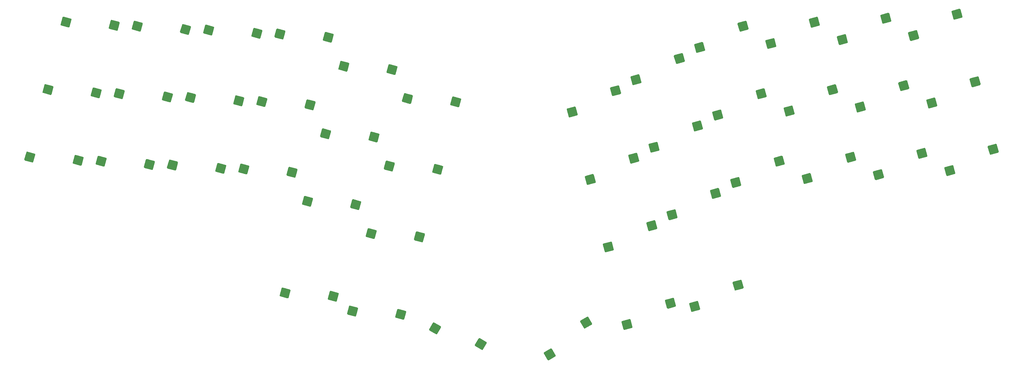
<source format=gbp>
G04 #@! TF.GenerationSoftware,KiCad,Pcbnew,(5.1.12-1-10_14)*
G04 #@! TF.CreationDate,2022-10-16T17:34:36-04:00*
G04 #@! TF.ProjectId,ergo3by6plus3nonSplit,6572676f-3362-4793-9670-6c7573336e6f,rev?*
G04 #@! TF.SameCoordinates,Original*
G04 #@! TF.FileFunction,Paste,Bot*
G04 #@! TF.FilePolarity,Positive*
%FSLAX46Y46*%
G04 Gerber Fmt 4.6, Leading zero omitted, Abs format (unit mm)*
G04 Created by KiCad (PCBNEW (5.1.12-1-10_14)) date 2022-10-16 17:34:36*
%MOMM*%
%LPD*%
G01*
G04 APERTURE LIST*
G04 APERTURE END LIST*
G36*
G01*
X115217365Y-141666049D02*
X115735003Y-139734198D01*
G75*
G02*
X116041189Y-139557422I241481J-64705D01*
G01*
X118021337Y-140088001D01*
G75*
G02*
X118198113Y-140394187I-64705J-241481D01*
G01*
X117680475Y-142326038D01*
G75*
G02*
X117374289Y-142502814I-241481J64705D01*
G01*
X115394141Y-141972235D01*
G75*
G02*
X115217365Y-141666049I64705J241481D01*
G01*
G37*
G36*
G01*
X102073442Y-140773746D02*
X102591080Y-138841895D01*
G75*
G02*
X102897266Y-138665119I241481J-64705D01*
G01*
X104877414Y-139195698D01*
G75*
G02*
X105054190Y-139501884I-64705J-241481D01*
G01*
X104536552Y-141433735D01*
G75*
G02*
X104230366Y-141610511I-241481J64705D01*
G01*
X102250218Y-141079932D01*
G75*
G02*
X102073442Y-140773746I64705J241481D01*
G01*
G37*
G36*
G01*
X207625402Y-134366996D02*
X207107764Y-132435145D01*
G75*
G02*
X207284540Y-132128959I241481J64705D01*
G01*
X209264688Y-131598380D01*
G75*
G02*
X209570874Y-131775156I64705J-241481D01*
G01*
X210088512Y-133707007D01*
G75*
G02*
X209911736Y-134013193I-241481J-64705D01*
G01*
X207931588Y-134543772D01*
G75*
G02*
X207625402Y-134366996I-64705J241481D01*
G01*
G37*
G36*
G01*
X195796279Y-140166201D02*
X195278641Y-138234350D01*
G75*
G02*
X195455417Y-137928164I241481J64705D01*
G01*
X197435565Y-137397585D01*
G75*
G02*
X197741751Y-137574361I64705J-241481D01*
G01*
X198259389Y-139506212D01*
G75*
G02*
X198082613Y-139812398I-241481J-64705D01*
G01*
X196102465Y-140342977D01*
G75*
G02*
X195796279Y-140166201I-64705J241481D01*
G01*
G37*
G36*
G01*
X189205402Y-139296996D02*
X188687764Y-137365145D01*
G75*
G02*
X188864540Y-137058959I241481J64705D01*
G01*
X190844688Y-136528380D01*
G75*
G02*
X191150874Y-136705156I64705J-241481D01*
G01*
X191668512Y-138637007D01*
G75*
G02*
X191491736Y-138943193I-241481J-64705D01*
G01*
X189511588Y-139473772D01*
G75*
G02*
X189205402Y-139296996I-64705J241481D01*
G01*
G37*
G36*
G01*
X177376279Y-145096201D02*
X176858641Y-143164350D01*
G75*
G02*
X177035417Y-142858164I241481J64705D01*
G01*
X179015565Y-142327585D01*
G75*
G02*
X179321751Y-142504361I64705J-241481D01*
G01*
X179839389Y-144436212D01*
G75*
G02*
X179662613Y-144742398I-241481J-64705D01*
G01*
X177682465Y-145272977D01*
G75*
G02*
X177376279Y-145096201I-64705J241481D01*
G01*
G37*
G36*
G01*
X96817365Y-136731049D02*
X97335003Y-134799198D01*
G75*
G02*
X97641189Y-134622422I241481J-64705D01*
G01*
X99621337Y-135153001D01*
G75*
G02*
X99798113Y-135459187I-64705J-241481D01*
G01*
X99280475Y-137391038D01*
G75*
G02*
X98974289Y-137567814I-241481J64705D01*
G01*
X96994141Y-137037235D01*
G75*
G02*
X96817365Y-136731049I64705J241481D01*
G01*
G37*
G36*
G01*
X83673442Y-135838746D02*
X84191080Y-133906895D01*
G75*
G02*
X84497266Y-133730119I241481J-64705D01*
G01*
X86477414Y-134260698D01*
G75*
G02*
X86654190Y-134566884I-64705J-241481D01*
G01*
X86136552Y-136498735D01*
G75*
G02*
X85830366Y-136675511I-241481J64705D01*
G01*
X83850218Y-136144932D01*
G75*
G02*
X83673442Y-135838746I64705J241481D01*
G01*
G37*
G36*
G01*
X277135402Y-97336996D02*
X276617764Y-95405145D01*
G75*
G02*
X276794540Y-95098959I241481J64705D01*
G01*
X278774688Y-94568380D01*
G75*
G02*
X279080874Y-94745156I64705J-241481D01*
G01*
X279598512Y-96677007D01*
G75*
G02*
X279421736Y-96983193I-241481J-64705D01*
G01*
X277441588Y-97513772D01*
G75*
G02*
X277135402Y-97336996I-64705J241481D01*
G01*
G37*
G36*
G01*
X265306279Y-103136201D02*
X264788641Y-101204350D01*
G75*
G02*
X264965417Y-100898164I241481J64705D01*
G01*
X266945565Y-100367585D01*
G75*
G02*
X267251751Y-100544361I64705J-241481D01*
G01*
X267769389Y-102476212D01*
G75*
G02*
X267592613Y-102782398I-241481J-64705D01*
G01*
X265612465Y-103312977D01*
G75*
G02*
X265306279Y-103136201I-64705J241481D01*
G01*
G37*
G36*
G01*
X257715402Y-98446996D02*
X257197764Y-96515145D01*
G75*
G02*
X257374540Y-96208959I241481J64705D01*
G01*
X259354688Y-95678380D01*
G75*
G02*
X259660874Y-95855156I64705J-241481D01*
G01*
X260178512Y-97787007D01*
G75*
G02*
X260001736Y-98093193I-241481J-64705D01*
G01*
X258021588Y-98623772D01*
G75*
G02*
X257715402Y-98446996I-64705J241481D01*
G01*
G37*
G36*
G01*
X245886279Y-104246201D02*
X245368641Y-102314350D01*
G75*
G02*
X245545417Y-102008164I241481J64705D01*
G01*
X247525565Y-101477585D01*
G75*
G02*
X247831751Y-101654361I64705J-241481D01*
G01*
X248349389Y-103586212D01*
G75*
G02*
X248172613Y-103892398I-241481J-64705D01*
G01*
X246192465Y-104422977D01*
G75*
G02*
X245886279Y-104246201I-64705J241481D01*
G01*
G37*
G36*
G01*
X238295402Y-99506996D02*
X237777764Y-97575145D01*
G75*
G02*
X237954540Y-97268959I241481J64705D01*
G01*
X239934688Y-96738380D01*
G75*
G02*
X240240874Y-96915156I64705J-241481D01*
G01*
X240758512Y-98847007D01*
G75*
G02*
X240581736Y-99153193I-241481J-64705D01*
G01*
X238601588Y-99683772D01*
G75*
G02*
X238295402Y-99506996I-64705J241481D01*
G01*
G37*
G36*
G01*
X226466279Y-105306201D02*
X225948641Y-103374350D01*
G75*
G02*
X226125417Y-103068164I241481J64705D01*
G01*
X228105565Y-102537585D01*
G75*
G02*
X228411751Y-102714361I64705J-241481D01*
G01*
X228929389Y-104646212D01*
G75*
G02*
X228752613Y-104952398I-241481J-64705D01*
G01*
X226772465Y-105482977D01*
G75*
G02*
X226466279Y-105306201I-64705J241481D01*
G01*
G37*
G36*
G01*
X218830402Y-100576996D02*
X218312764Y-98645145D01*
G75*
G02*
X218489540Y-98338959I241481J64705D01*
G01*
X220469688Y-97808380D01*
G75*
G02*
X220775874Y-97985156I64705J-241481D01*
G01*
X221293512Y-99917007D01*
G75*
G02*
X221116736Y-100223193I-241481J-64705D01*
G01*
X219136588Y-100753772D01*
G75*
G02*
X218830402Y-100576996I-64705J241481D01*
G01*
G37*
G36*
G01*
X207001279Y-106376201D02*
X206483641Y-104444350D01*
G75*
G02*
X206660417Y-104138164I241481J64705D01*
G01*
X208640565Y-103607585D01*
G75*
G02*
X208946751Y-103784361I64705J-241481D01*
G01*
X209464389Y-105716212D01*
G75*
G02*
X209287613Y-106022398I-241481J-64705D01*
G01*
X207307465Y-106552977D01*
G75*
G02*
X207001279Y-106376201I-64705J241481D01*
G01*
G37*
G36*
G01*
X201480402Y-109366996D02*
X200962764Y-107435145D01*
G75*
G02*
X201139540Y-107128959I241481J64705D01*
G01*
X203119688Y-106598380D01*
G75*
G02*
X203425874Y-106775156I64705J-241481D01*
G01*
X203943512Y-108707007D01*
G75*
G02*
X203766736Y-109013193I-241481J-64705D01*
G01*
X201786588Y-109543772D01*
G75*
G02*
X201480402Y-109366996I-64705J241481D01*
G01*
G37*
G36*
G01*
X189651279Y-115166201D02*
X189133641Y-113234350D01*
G75*
G02*
X189310417Y-112928164I241481J64705D01*
G01*
X191290565Y-112397585D01*
G75*
G02*
X191596751Y-112574361I64705J-241481D01*
G01*
X192114389Y-114506212D01*
G75*
G02*
X191937613Y-114812398I-241481J-64705D01*
G01*
X189957465Y-115342977D01*
G75*
G02*
X189651279Y-115166201I-64705J241481D01*
G01*
G37*
G36*
G01*
X184125402Y-118156996D02*
X183607764Y-116225145D01*
G75*
G02*
X183784540Y-115918959I241481J64705D01*
G01*
X185764688Y-115388380D01*
G75*
G02*
X186070874Y-115565156I64705J-241481D01*
G01*
X186588512Y-117497007D01*
G75*
G02*
X186411736Y-117803193I-241481J-64705D01*
G01*
X184431588Y-118333772D01*
G75*
G02*
X184125402Y-118156996I-64705J241481D01*
G01*
G37*
G36*
G01*
X172296279Y-123956201D02*
X171778641Y-122024350D01*
G75*
G02*
X171955417Y-121718164I241481J64705D01*
G01*
X173935565Y-121187585D01*
G75*
G02*
X174241751Y-121364361I64705J-241481D01*
G01*
X174759389Y-123296212D01*
G75*
G02*
X174582613Y-123602398I-241481J-64705D01*
G01*
X172602465Y-124132977D01*
G75*
G02*
X172296279Y-123956201I-64705J241481D01*
G01*
G37*
G36*
G01*
X120317365Y-120541049D02*
X120835003Y-118609198D01*
G75*
G02*
X121141189Y-118432422I241481J-64705D01*
G01*
X123121337Y-118963001D01*
G75*
G02*
X123298113Y-119269187I-64705J-241481D01*
G01*
X122780475Y-121201038D01*
G75*
G02*
X122474289Y-121377814I-241481J64705D01*
G01*
X120494141Y-120847235D01*
G75*
G02*
X120317365Y-120541049I64705J241481D01*
G01*
G37*
G36*
G01*
X107173442Y-119648746D02*
X107691080Y-117716895D01*
G75*
G02*
X107997266Y-117540119I241481J-64705D01*
G01*
X109977414Y-118070698D01*
G75*
G02*
X110154190Y-118376884I-64705J-241481D01*
G01*
X109636552Y-120308735D01*
G75*
G02*
X109330366Y-120485511I-241481J64705D01*
G01*
X107350218Y-119954932D01*
G75*
G02*
X107173442Y-119648746I64705J241481D01*
G01*
G37*
G36*
G01*
X102947365Y-111751049D02*
X103465003Y-109819198D01*
G75*
G02*
X103771189Y-109642422I241481J-64705D01*
G01*
X105751337Y-110173001D01*
G75*
G02*
X105928113Y-110479187I-64705J-241481D01*
G01*
X105410475Y-112411038D01*
G75*
G02*
X105104289Y-112587814I-241481J64705D01*
G01*
X103124141Y-112057235D01*
G75*
G02*
X102947365Y-111751049I64705J241481D01*
G01*
G37*
G36*
G01*
X89803442Y-110858746D02*
X90321080Y-108926895D01*
G75*
G02*
X90627266Y-108750119I241481J-64705D01*
G01*
X92607414Y-109280698D01*
G75*
G02*
X92784190Y-109586884I-64705J-241481D01*
G01*
X92266552Y-111518735D01*
G75*
G02*
X91960366Y-111695511I-241481J64705D01*
G01*
X89980218Y-111164932D01*
G75*
G02*
X89803442Y-110858746I64705J241481D01*
G01*
G37*
G36*
G01*
X85592365Y-102941049D02*
X86110003Y-101009198D01*
G75*
G02*
X86416189Y-100832422I241481J-64705D01*
G01*
X88396337Y-101363001D01*
G75*
G02*
X88573113Y-101669187I-64705J-241481D01*
G01*
X88055475Y-103601038D01*
G75*
G02*
X87749289Y-103777814I-241481J64705D01*
G01*
X85769141Y-103247235D01*
G75*
G02*
X85592365Y-102941049I64705J241481D01*
G01*
G37*
G36*
G01*
X72448442Y-102048746D02*
X72966080Y-100116895D01*
G75*
G02*
X73272266Y-99940119I241481J-64705D01*
G01*
X75252414Y-100470698D01*
G75*
G02*
X75429190Y-100776884I-64705J-241481D01*
G01*
X74911552Y-102708735D01*
G75*
G02*
X74605366Y-102885511I-241481J64705D01*
G01*
X72625218Y-102354932D01*
G75*
G02*
X72448442Y-102048746I64705J241481D01*
G01*
G37*
G36*
G01*
X66157365Y-101871049D02*
X66675003Y-99939198D01*
G75*
G02*
X66981189Y-99762422I241481J-64705D01*
G01*
X68961337Y-100293001D01*
G75*
G02*
X69138113Y-100599187I-64705J-241481D01*
G01*
X68620475Y-102531038D01*
G75*
G02*
X68314289Y-102707814I-241481J64705D01*
G01*
X66334141Y-102177235D01*
G75*
G02*
X66157365Y-101871049I64705J241481D01*
G01*
G37*
G36*
G01*
X53013442Y-100978746D02*
X53531080Y-99046895D01*
G75*
G02*
X53837266Y-98870119I241481J-64705D01*
G01*
X55817414Y-99400698D01*
G75*
G02*
X55994190Y-99706884I-64705J-241481D01*
G01*
X55476552Y-101638735D01*
G75*
G02*
X55170366Y-101815511I-241481J64705D01*
G01*
X53190218Y-101284932D01*
G75*
G02*
X53013442Y-100978746I64705J241481D01*
G01*
G37*
G36*
G01*
X46727365Y-100811049D02*
X47245003Y-98879198D01*
G75*
G02*
X47551189Y-98702422I241481J-64705D01*
G01*
X49531337Y-99233001D01*
G75*
G02*
X49708113Y-99539187I-64705J-241481D01*
G01*
X49190475Y-101471038D01*
G75*
G02*
X48884289Y-101647814I-241481J64705D01*
G01*
X46904141Y-101117235D01*
G75*
G02*
X46727365Y-100811049I64705J241481D01*
G01*
G37*
G36*
G01*
X33583442Y-99918746D02*
X34101080Y-97986895D01*
G75*
G02*
X34407266Y-97810119I241481J-64705D01*
G01*
X36387414Y-98340698D01*
G75*
G02*
X36564190Y-98646884I-64705J-241481D01*
G01*
X36046552Y-100578735D01*
G75*
G02*
X35740366Y-100755511I-241481J64705D01*
G01*
X33760218Y-100224932D01*
G75*
G02*
X33583442Y-99918746I64705J241481D01*
G01*
G37*
G36*
G01*
X27292365Y-99691049D02*
X27810003Y-97759198D01*
G75*
G02*
X28116189Y-97582422I241481J-64705D01*
G01*
X30096337Y-98113001D01*
G75*
G02*
X30273113Y-98419187I-64705J-241481D01*
G01*
X29755475Y-100351038D01*
G75*
G02*
X29449289Y-100527814I-241481J64705D01*
G01*
X27469141Y-99997235D01*
G75*
G02*
X27292365Y-99691049I64705J241481D01*
G01*
G37*
G36*
G01*
X14148442Y-98798746D02*
X14666080Y-96866895D01*
G75*
G02*
X14972266Y-96690119I241481J-64705D01*
G01*
X16952414Y-97220698D01*
G75*
G02*
X17129190Y-97526884I-64705J-241481D01*
G01*
X16611552Y-99458735D01*
G75*
G02*
X16305366Y-99635511I-241481J64705D01*
G01*
X14325218Y-99104932D01*
G75*
G02*
X14148442Y-98798746I64705J241481D01*
G01*
G37*
G36*
G01*
X272215402Y-78926996D02*
X271697764Y-76995145D01*
G75*
G02*
X271874540Y-76688959I241481J64705D01*
G01*
X273854688Y-76158380D01*
G75*
G02*
X274160874Y-76335156I64705J-241481D01*
G01*
X274678512Y-78267007D01*
G75*
G02*
X274501736Y-78573193I-241481J-64705D01*
G01*
X272521588Y-79103772D01*
G75*
G02*
X272215402Y-78926996I-64705J241481D01*
G01*
G37*
G36*
G01*
X260386279Y-84726201D02*
X259868641Y-82794350D01*
G75*
G02*
X260045417Y-82488164I241481J64705D01*
G01*
X262025565Y-81957585D01*
G75*
G02*
X262331751Y-82134361I64705J-241481D01*
G01*
X262849389Y-84066212D01*
G75*
G02*
X262672613Y-84372398I-241481J-64705D01*
G01*
X260692465Y-84902977D01*
G75*
G02*
X260386279Y-84726201I-64705J241481D01*
G01*
G37*
G36*
G01*
X252755402Y-80001996D02*
X252237764Y-78070145D01*
G75*
G02*
X252414540Y-77763959I241481J64705D01*
G01*
X254394688Y-77233380D01*
G75*
G02*
X254700874Y-77410156I64705J-241481D01*
G01*
X255218512Y-79342007D01*
G75*
G02*
X255041736Y-79648193I-241481J-64705D01*
G01*
X253061588Y-80178772D01*
G75*
G02*
X252755402Y-80001996I-64705J241481D01*
G01*
G37*
G36*
G01*
X240926279Y-85801201D02*
X240408641Y-83869350D01*
G75*
G02*
X240585417Y-83563164I241481J64705D01*
G01*
X242565565Y-83032585D01*
G75*
G02*
X242871751Y-83209361I64705J-241481D01*
G01*
X243389389Y-85141212D01*
G75*
G02*
X243212613Y-85447398I-241481J-64705D01*
G01*
X241232465Y-85977977D01*
G75*
G02*
X240926279Y-85801201I-64705J241481D01*
G01*
G37*
G36*
G01*
X233355402Y-81101996D02*
X232837764Y-79170145D01*
G75*
G02*
X233014540Y-78863959I241481J64705D01*
G01*
X234994688Y-78333380D01*
G75*
G02*
X235300874Y-78510156I64705J-241481D01*
G01*
X235818512Y-80442007D01*
G75*
G02*
X235641736Y-80748193I-241481J-64705D01*
G01*
X233661588Y-81278772D01*
G75*
G02*
X233355402Y-81101996I-64705J241481D01*
G01*
G37*
G36*
G01*
X221526279Y-86901201D02*
X221008641Y-84969350D01*
G75*
G02*
X221185417Y-84663164I241481J64705D01*
G01*
X223165565Y-84132585D01*
G75*
G02*
X223471751Y-84309361I64705J-241481D01*
G01*
X223989389Y-86241212D01*
G75*
G02*
X223812613Y-86547398I-241481J-64705D01*
G01*
X221832465Y-87077977D01*
G75*
G02*
X221526279Y-86901201I-64705J241481D01*
G01*
G37*
G36*
G01*
X213905402Y-82201996D02*
X213387764Y-80270145D01*
G75*
G02*
X213564540Y-79963959I241481J64705D01*
G01*
X215544688Y-79433380D01*
G75*
G02*
X215850874Y-79610156I64705J-241481D01*
G01*
X216368512Y-81542007D01*
G75*
G02*
X216191736Y-81848193I-241481J-64705D01*
G01*
X214211588Y-82378772D01*
G75*
G02*
X213905402Y-82201996I-64705J241481D01*
G01*
G37*
G36*
G01*
X202076279Y-88001201D02*
X201558641Y-86069350D01*
G75*
G02*
X201735417Y-85763164I241481J64705D01*
G01*
X203715565Y-85232585D01*
G75*
G02*
X204021751Y-85409361I64705J-241481D01*
G01*
X204539389Y-87341212D01*
G75*
G02*
X204362613Y-87647398I-241481J-64705D01*
G01*
X202382465Y-88177977D01*
G75*
G02*
X202076279Y-88001201I-64705J241481D01*
G01*
G37*
G36*
G01*
X196555402Y-90976996D02*
X196037764Y-89045145D01*
G75*
G02*
X196214540Y-88738959I241481J64705D01*
G01*
X198194688Y-88208380D01*
G75*
G02*
X198500874Y-88385156I64705J-241481D01*
G01*
X199018512Y-90317007D01*
G75*
G02*
X198841736Y-90623193I-241481J-64705D01*
G01*
X196861588Y-91153772D01*
G75*
G02*
X196555402Y-90976996I-64705J241481D01*
G01*
G37*
G36*
G01*
X184726279Y-96776201D02*
X184208641Y-94844350D01*
G75*
G02*
X184385417Y-94538164I241481J64705D01*
G01*
X186365565Y-94007585D01*
G75*
G02*
X186671751Y-94184361I64705J-241481D01*
G01*
X187189389Y-96116212D01*
G75*
G02*
X187012613Y-96422398I-241481J-64705D01*
G01*
X185032465Y-96952977D01*
G75*
G02*
X184726279Y-96776201I-64705J241481D01*
G01*
G37*
G36*
G01*
X179185402Y-99766996D02*
X178667764Y-97835145D01*
G75*
G02*
X178844540Y-97528959I241481J64705D01*
G01*
X180824688Y-96998380D01*
G75*
G02*
X181130874Y-97175156I64705J-241481D01*
G01*
X181648512Y-99107007D01*
G75*
G02*
X181471736Y-99413193I-241481J-64705D01*
G01*
X179491588Y-99943772D01*
G75*
G02*
X179185402Y-99766996I-64705J241481D01*
G01*
G37*
G36*
G01*
X167356279Y-105566201D02*
X166838641Y-103634350D01*
G75*
G02*
X167015417Y-103328164I241481J64705D01*
G01*
X168995565Y-102797585D01*
G75*
G02*
X169301751Y-102974361I64705J-241481D01*
G01*
X169819389Y-104906212D01*
G75*
G02*
X169642613Y-105212398I-241481J-64705D01*
G01*
X167662465Y-105742977D01*
G75*
G02*
X167356279Y-105566201I-64705J241481D01*
G01*
G37*
G36*
G01*
X125247365Y-102131049D02*
X125765003Y-100199198D01*
G75*
G02*
X126071189Y-100022422I241481J-64705D01*
G01*
X128051337Y-100553001D01*
G75*
G02*
X128228113Y-100859187I-64705J-241481D01*
G01*
X127710475Y-102791038D01*
G75*
G02*
X127404289Y-102967814I-241481J64705D01*
G01*
X125424141Y-102437235D01*
G75*
G02*
X125247365Y-102131049I64705J241481D01*
G01*
G37*
G36*
G01*
X112103442Y-101238746D02*
X112621080Y-99306895D01*
G75*
G02*
X112927266Y-99130119I241481J-64705D01*
G01*
X114907414Y-99660698D01*
G75*
G02*
X115084190Y-99966884I-64705J-241481D01*
G01*
X114566552Y-101898735D01*
G75*
G02*
X114260366Y-102075511I-241481J64705D01*
G01*
X112280218Y-101544932D01*
G75*
G02*
X112103442Y-101238746I64705J241481D01*
G01*
G37*
G36*
G01*
X107892365Y-93341049D02*
X108410003Y-91409198D01*
G75*
G02*
X108716189Y-91232422I241481J-64705D01*
G01*
X110696337Y-91763001D01*
G75*
G02*
X110873113Y-92069187I-64705J-241481D01*
G01*
X110355475Y-94001038D01*
G75*
G02*
X110049289Y-94177814I-241481J64705D01*
G01*
X108069141Y-93647235D01*
G75*
G02*
X107892365Y-93341049I64705J241481D01*
G01*
G37*
G36*
G01*
X94748442Y-92448746D02*
X95266080Y-90516895D01*
G75*
G02*
X95572266Y-90340119I241481J-64705D01*
G01*
X97552414Y-90870698D01*
G75*
G02*
X97729190Y-91176884I-64705J-241481D01*
G01*
X97211552Y-93108735D01*
G75*
G02*
X96905366Y-93285511I-241481J64705D01*
G01*
X94925218Y-92754932D01*
G75*
G02*
X94748442Y-92448746I64705J241481D01*
G01*
G37*
G36*
G01*
X90517365Y-84566049D02*
X91035003Y-82634198D01*
G75*
G02*
X91341189Y-82457422I241481J-64705D01*
G01*
X93321337Y-82988001D01*
G75*
G02*
X93498113Y-83294187I-64705J-241481D01*
G01*
X92980475Y-85226038D01*
G75*
G02*
X92674289Y-85402814I-241481J64705D01*
G01*
X90694141Y-84872235D01*
G75*
G02*
X90517365Y-84566049I64705J241481D01*
G01*
G37*
G36*
G01*
X77373442Y-83673746D02*
X77891080Y-81741895D01*
G75*
G02*
X78197266Y-81565119I241481J-64705D01*
G01*
X80177414Y-82095698D01*
G75*
G02*
X80354190Y-82401884I-64705J-241481D01*
G01*
X79836552Y-84333735D01*
G75*
G02*
X79530366Y-84510511I-241481J64705D01*
G01*
X77550218Y-83979932D01*
G75*
G02*
X77373442Y-83673746I64705J241481D01*
G01*
G37*
G36*
G01*
X71067365Y-83466049D02*
X71585003Y-81534198D01*
G75*
G02*
X71891189Y-81357422I241481J-64705D01*
G01*
X73871337Y-81888001D01*
G75*
G02*
X74048113Y-82194187I-64705J-241481D01*
G01*
X73530475Y-84126038D01*
G75*
G02*
X73224289Y-84302814I-241481J64705D01*
G01*
X71244141Y-83772235D01*
G75*
G02*
X71067365Y-83466049I64705J241481D01*
G01*
G37*
G36*
G01*
X57923442Y-82573746D02*
X58441080Y-80641895D01*
G75*
G02*
X58747266Y-80465119I241481J-64705D01*
G01*
X60727414Y-80995698D01*
G75*
G02*
X60904190Y-81301884I-64705J-241481D01*
G01*
X60386552Y-83233735D01*
G75*
G02*
X60080366Y-83410511I-241481J64705D01*
G01*
X58100218Y-82879932D01*
G75*
G02*
X57923442Y-82573746I64705J241481D01*
G01*
G37*
G36*
G01*
X51650142Y-82410601D02*
X52167780Y-80478750D01*
G75*
G02*
X52473966Y-80301974I241481J-64705D01*
G01*
X54454114Y-80832553D01*
G75*
G02*
X54630890Y-81138739I-64705J-241481D01*
G01*
X54113252Y-83070590D01*
G75*
G02*
X53807066Y-83247366I-241481J64705D01*
G01*
X51826918Y-82716787D01*
G75*
G02*
X51650142Y-82410601I64705J241481D01*
G01*
G37*
G36*
G01*
X38506219Y-81518298D02*
X39023857Y-79586447D01*
G75*
G02*
X39330043Y-79409671I241481J-64705D01*
G01*
X41310191Y-79940250D01*
G75*
G02*
X41486967Y-80246436I-64705J-241481D01*
G01*
X40969329Y-82178287D01*
G75*
G02*
X40663143Y-82355063I-241481J64705D01*
G01*
X38682995Y-81824484D01*
G75*
G02*
X38506219Y-81518298I64705J241481D01*
G01*
G37*
G36*
G01*
X32217365Y-81291049D02*
X32735003Y-79359198D01*
G75*
G02*
X33041189Y-79182422I241481J-64705D01*
G01*
X35021337Y-79713001D01*
G75*
G02*
X35198113Y-80019187I-64705J-241481D01*
G01*
X34680475Y-81951038D01*
G75*
G02*
X34374289Y-82127814I-241481J64705D01*
G01*
X32394141Y-81597235D01*
G75*
G02*
X32217365Y-81291049I64705J241481D01*
G01*
G37*
G36*
G01*
X19073442Y-80398746D02*
X19591080Y-78466895D01*
G75*
G02*
X19897266Y-78290119I241481J-64705D01*
G01*
X21877414Y-78820698D01*
G75*
G02*
X22054190Y-79126884I-64705J-241481D01*
G01*
X21536552Y-81058735D01*
G75*
G02*
X21230366Y-81235511I-241481J64705D01*
G01*
X19250218Y-80704932D01*
G75*
G02*
X19073442Y-80398746I64705J241481D01*
G01*
G37*
G36*
G01*
X267280402Y-60526996D02*
X266762764Y-58595145D01*
G75*
G02*
X266939540Y-58288959I241481J64705D01*
G01*
X268919688Y-57758380D01*
G75*
G02*
X269225874Y-57935156I64705J-241481D01*
G01*
X269743512Y-59867007D01*
G75*
G02*
X269566736Y-60173193I-241481J-64705D01*
G01*
X267586588Y-60703772D01*
G75*
G02*
X267280402Y-60526996I-64705J241481D01*
G01*
G37*
G36*
G01*
X255451279Y-66326201D02*
X254933641Y-64394350D01*
G75*
G02*
X255110417Y-64088164I241481J64705D01*
G01*
X257090565Y-63557585D01*
G75*
G02*
X257396751Y-63734361I64705J-241481D01*
G01*
X257914389Y-65666212D01*
G75*
G02*
X257737613Y-65972398I-241481J-64705D01*
G01*
X255757465Y-66502977D01*
G75*
G02*
X255451279Y-66326201I-64705J241481D01*
G01*
G37*
G36*
G01*
X247880402Y-61626996D02*
X247362764Y-59695145D01*
G75*
G02*
X247539540Y-59388959I241481J64705D01*
G01*
X249519688Y-58858380D01*
G75*
G02*
X249825874Y-59035156I64705J-241481D01*
G01*
X250343512Y-60967007D01*
G75*
G02*
X250166736Y-61273193I-241481J-64705D01*
G01*
X248186588Y-61803772D01*
G75*
G02*
X247880402Y-61626996I-64705J241481D01*
G01*
G37*
G36*
G01*
X236051279Y-67426201D02*
X235533641Y-65494350D01*
G75*
G02*
X235710417Y-65188164I241481J64705D01*
G01*
X237690565Y-64657585D01*
G75*
G02*
X237996751Y-64834361I64705J-241481D01*
G01*
X238514389Y-66766212D01*
G75*
G02*
X238337613Y-67072398I-241481J-64705D01*
G01*
X236357465Y-67602977D01*
G75*
G02*
X236051279Y-67426201I-64705J241481D01*
G01*
G37*
G36*
G01*
X228405402Y-62701996D02*
X227887764Y-60770145D01*
G75*
G02*
X228064540Y-60463959I241481J64705D01*
G01*
X230044688Y-59933380D01*
G75*
G02*
X230350874Y-60110156I64705J-241481D01*
G01*
X230868512Y-62042007D01*
G75*
G02*
X230691736Y-62348193I-241481J-64705D01*
G01*
X228711588Y-62878772D01*
G75*
G02*
X228405402Y-62701996I-64705J241481D01*
G01*
G37*
G36*
G01*
X216576279Y-68501201D02*
X216058641Y-66569350D01*
G75*
G02*
X216235417Y-66263164I241481J64705D01*
G01*
X218215565Y-65732585D01*
G75*
G02*
X218521751Y-65909361I64705J-241481D01*
G01*
X219039389Y-67841212D01*
G75*
G02*
X218862613Y-68147398I-241481J-64705D01*
G01*
X216882465Y-68677977D01*
G75*
G02*
X216576279Y-68501201I-64705J241481D01*
G01*
G37*
G36*
G01*
X208980402Y-63776996D02*
X208462764Y-61845145D01*
G75*
G02*
X208639540Y-61538959I241481J64705D01*
G01*
X210619688Y-61008380D01*
G75*
G02*
X210925874Y-61185156I64705J-241481D01*
G01*
X211443512Y-63117007D01*
G75*
G02*
X211266736Y-63423193I-241481J-64705D01*
G01*
X209286588Y-63953772D01*
G75*
G02*
X208980402Y-63776996I-64705J241481D01*
G01*
G37*
G36*
G01*
X197151279Y-69576201D02*
X196633641Y-67644350D01*
G75*
G02*
X196810417Y-67338164I241481J64705D01*
G01*
X198790565Y-66807585D01*
G75*
G02*
X199096751Y-66984361I64705J-241481D01*
G01*
X199614389Y-68916212D01*
G75*
G02*
X199437613Y-69222398I-241481J-64705D01*
G01*
X197457465Y-69752977D01*
G75*
G02*
X197151279Y-69576201I-64705J241481D01*
G01*
G37*
G36*
G01*
X191625402Y-72576996D02*
X191107764Y-70645145D01*
G75*
G02*
X191284540Y-70338959I241481J64705D01*
G01*
X193264688Y-69808380D01*
G75*
G02*
X193570874Y-69985156I64705J-241481D01*
G01*
X194088512Y-71917007D01*
G75*
G02*
X193911736Y-72223193I-241481J-64705D01*
G01*
X191931588Y-72753772D01*
G75*
G02*
X191625402Y-72576996I-64705J241481D01*
G01*
G37*
G36*
G01*
X179796279Y-78376201D02*
X179278641Y-76444350D01*
G75*
G02*
X179455417Y-76138164I241481J64705D01*
G01*
X181435565Y-75607585D01*
G75*
G02*
X181741751Y-75784361I64705J-241481D01*
G01*
X182259389Y-77716212D01*
G75*
G02*
X182082613Y-78022398I-241481J-64705D01*
G01*
X180102465Y-78552977D01*
G75*
G02*
X179796279Y-78376201I-64705J241481D01*
G01*
G37*
G36*
G01*
X174255402Y-81366996D02*
X173737764Y-79435145D01*
G75*
G02*
X173914540Y-79128959I241481J64705D01*
G01*
X175894688Y-78598380D01*
G75*
G02*
X176200874Y-78775156I64705J-241481D01*
G01*
X176718512Y-80707007D01*
G75*
G02*
X176541736Y-81013193I-241481J-64705D01*
G01*
X174561588Y-81543772D01*
G75*
G02*
X174255402Y-81366996I-64705J241481D01*
G01*
G37*
G36*
G01*
X162426279Y-87166201D02*
X161908641Y-85234350D01*
G75*
G02*
X162085417Y-84928164I241481J64705D01*
G01*
X164065565Y-84397585D01*
G75*
G02*
X164371751Y-84574361I64705J-241481D01*
G01*
X164889389Y-86506212D01*
G75*
G02*
X164712613Y-86812398I-241481J-64705D01*
G01*
X162732465Y-87342977D01*
G75*
G02*
X162426279Y-87166201I-64705J241481D01*
G01*
G37*
G36*
G01*
X130167365Y-83741049D02*
X130685003Y-81809198D01*
G75*
G02*
X130991189Y-81632422I241481J-64705D01*
G01*
X132971337Y-82163001D01*
G75*
G02*
X133148113Y-82469187I-64705J-241481D01*
G01*
X132630475Y-84401038D01*
G75*
G02*
X132324289Y-84577814I-241481J64705D01*
G01*
X130344141Y-84047235D01*
G75*
G02*
X130167365Y-83741049I64705J241481D01*
G01*
G37*
G36*
G01*
X117023442Y-82848746D02*
X117541080Y-80916895D01*
G75*
G02*
X117847266Y-80740119I241481J-64705D01*
G01*
X119827414Y-81270698D01*
G75*
G02*
X120004190Y-81576884I-64705J-241481D01*
G01*
X119486552Y-83508735D01*
G75*
G02*
X119180366Y-83685511I-241481J64705D01*
G01*
X117200218Y-83154932D01*
G75*
G02*
X117023442Y-82848746I64705J241481D01*
G01*
G37*
G36*
G01*
X112817365Y-74941049D02*
X113335003Y-73009198D01*
G75*
G02*
X113641189Y-72832422I241481J-64705D01*
G01*
X115621337Y-73363001D01*
G75*
G02*
X115798113Y-73669187I-64705J-241481D01*
G01*
X115280475Y-75601038D01*
G75*
G02*
X114974289Y-75777814I-241481J64705D01*
G01*
X112994141Y-75247235D01*
G75*
G02*
X112817365Y-74941049I64705J241481D01*
G01*
G37*
G36*
G01*
X99673442Y-74048746D02*
X100191080Y-72116895D01*
G75*
G02*
X100497266Y-71940119I241481J-64705D01*
G01*
X102477414Y-72470698D01*
G75*
G02*
X102654190Y-72776884I-64705J-241481D01*
G01*
X102136552Y-74708735D01*
G75*
G02*
X101830366Y-74885511I-241481J64705D01*
G01*
X99850218Y-74354932D01*
G75*
G02*
X99673442Y-74048746I64705J241481D01*
G01*
G37*
G36*
G01*
X95442365Y-66141049D02*
X95960003Y-64209198D01*
G75*
G02*
X96266189Y-64032422I241481J-64705D01*
G01*
X98246337Y-64563001D01*
G75*
G02*
X98423113Y-64869187I-64705J-241481D01*
G01*
X97905475Y-66801038D01*
G75*
G02*
X97599289Y-66977814I-241481J64705D01*
G01*
X95619141Y-66447235D01*
G75*
G02*
X95442365Y-66141049I64705J241481D01*
G01*
G37*
G36*
G01*
X82298442Y-65248746D02*
X82816080Y-63316895D01*
G75*
G02*
X83122266Y-63140119I241481J-64705D01*
G01*
X85102414Y-63670698D01*
G75*
G02*
X85279190Y-63976884I-64705J-241481D01*
G01*
X84761552Y-65908735D01*
G75*
G02*
X84455366Y-66085511I-241481J64705D01*
G01*
X82475218Y-65554932D01*
G75*
G02*
X82298442Y-65248746I64705J241481D01*
G01*
G37*
G36*
G01*
X76017365Y-65066049D02*
X76535003Y-63134198D01*
G75*
G02*
X76841189Y-62957422I241481J-64705D01*
G01*
X78821337Y-63488001D01*
G75*
G02*
X78998113Y-63794187I-64705J-241481D01*
G01*
X78480475Y-65726038D01*
G75*
G02*
X78174289Y-65902814I-241481J64705D01*
G01*
X76194141Y-65372235D01*
G75*
G02*
X76017365Y-65066049I64705J241481D01*
G01*
G37*
G36*
G01*
X62873442Y-64173746D02*
X63391080Y-62241895D01*
G75*
G02*
X63697266Y-62065119I241481J-64705D01*
G01*
X65677414Y-62595698D01*
G75*
G02*
X65854190Y-62901884I-64705J-241481D01*
G01*
X65336552Y-64833735D01*
G75*
G02*
X65030366Y-65010511I-241481J64705D01*
G01*
X63050218Y-64479932D01*
G75*
G02*
X62873442Y-64173746I64705J241481D01*
G01*
G37*
G36*
G01*
X56567365Y-64016049D02*
X57085003Y-62084198D01*
G75*
G02*
X57391189Y-61907422I241481J-64705D01*
G01*
X59371337Y-62438001D01*
G75*
G02*
X59548113Y-62744187I-64705J-241481D01*
G01*
X59030475Y-64676038D01*
G75*
G02*
X58724289Y-64852814I-241481J64705D01*
G01*
X56744141Y-64322235D01*
G75*
G02*
X56567365Y-64016049I64705J241481D01*
G01*
G37*
G36*
G01*
X43423442Y-63123746D02*
X43941080Y-61191895D01*
G75*
G02*
X44247266Y-61015119I241481J-64705D01*
G01*
X46227414Y-61545698D01*
G75*
G02*
X46404190Y-61851884I-64705J-241481D01*
G01*
X45886552Y-63783735D01*
G75*
G02*
X45580366Y-63960511I-241481J64705D01*
G01*
X43600218Y-63429932D01*
G75*
G02*
X43423442Y-63123746I64705J241481D01*
G01*
G37*
G36*
G01*
X37140333Y-62890011D02*
X37657971Y-60958160D01*
G75*
G02*
X37964157Y-60781384I241481J-64705D01*
G01*
X39944305Y-61311963D01*
G75*
G02*
X40121081Y-61618149I-64705J-241481D01*
G01*
X39603443Y-63550000D01*
G75*
G02*
X39297257Y-63726776I-241481J64705D01*
G01*
X37317109Y-63196197D01*
G75*
G02*
X37140333Y-62890011I64705J241481D01*
G01*
G37*
G36*
G01*
X23996410Y-61997708D02*
X24514048Y-60065857D01*
G75*
G02*
X24820234Y-59889081I241481J-64705D01*
G01*
X26800382Y-60419660D01*
G75*
G02*
X26977158Y-60725846I-64705J-241481D01*
G01*
X26459520Y-62657697D01*
G75*
G02*
X26153334Y-62834473I-241481J64705D01*
G01*
X24173186Y-62303894D01*
G75*
G02*
X23996410Y-61997708I64705J241481D01*
G01*
G37*
G36*
G01*
X136915138Y-149350116D02*
X137915138Y-147618066D01*
G75*
G02*
X138256644Y-147526560I216506J-125000D01*
G01*
X140031996Y-148551560D01*
G75*
G02*
X140123502Y-148893066I-125000J-216506D01*
G01*
X139123502Y-150625116D01*
G75*
G02*
X138781996Y-150716622I-216506J125000D01*
G01*
X137006644Y-149691622D01*
G75*
G02*
X136915138Y-149350116I125000J216506D01*
G01*
G37*
G36*
G01*
X124450028Y-145086320D02*
X125450028Y-143354270D01*
G75*
G02*
X125791534Y-143262764I216506J-125000D01*
G01*
X127566886Y-144287764D01*
G75*
G02*
X127658392Y-144629270I-125000J-216506D01*
G01*
X126658392Y-146361320D01*
G75*
G02*
X126316886Y-146452826I-216506J125000D01*
G01*
X124541534Y-145427826D01*
G75*
G02*
X124450028Y-145086320I125000J216506D01*
G01*
G37*
G36*
G01*
X166595138Y-144783116D02*
X165595138Y-143051066D01*
G75*
G02*
X165686644Y-142709560I216506J125000D01*
G01*
X167461996Y-141684560D01*
G75*
G02*
X167803502Y-141776066I125000J-216506D01*
G01*
X168803502Y-143508116D01*
G75*
G02*
X168711996Y-143849622I-216506J-125000D01*
G01*
X166936644Y-144874622D01*
G75*
G02*
X166595138Y-144783116I-125000J216506D01*
G01*
G37*
G36*
G01*
X156670028Y-153446320D02*
X155670028Y-151714270D01*
G75*
G02*
X155761534Y-151372764I216506J125000D01*
G01*
X157536886Y-150347764D01*
G75*
G02*
X157878392Y-150439270I125000J-216506D01*
G01*
X158878392Y-152171320D01*
G75*
G02*
X158786886Y-152512826I-216506J-125000D01*
G01*
X157011534Y-153537826D01*
G75*
G02*
X156670028Y-153446320I-125000J216506D01*
G01*
G37*
M02*

</source>
